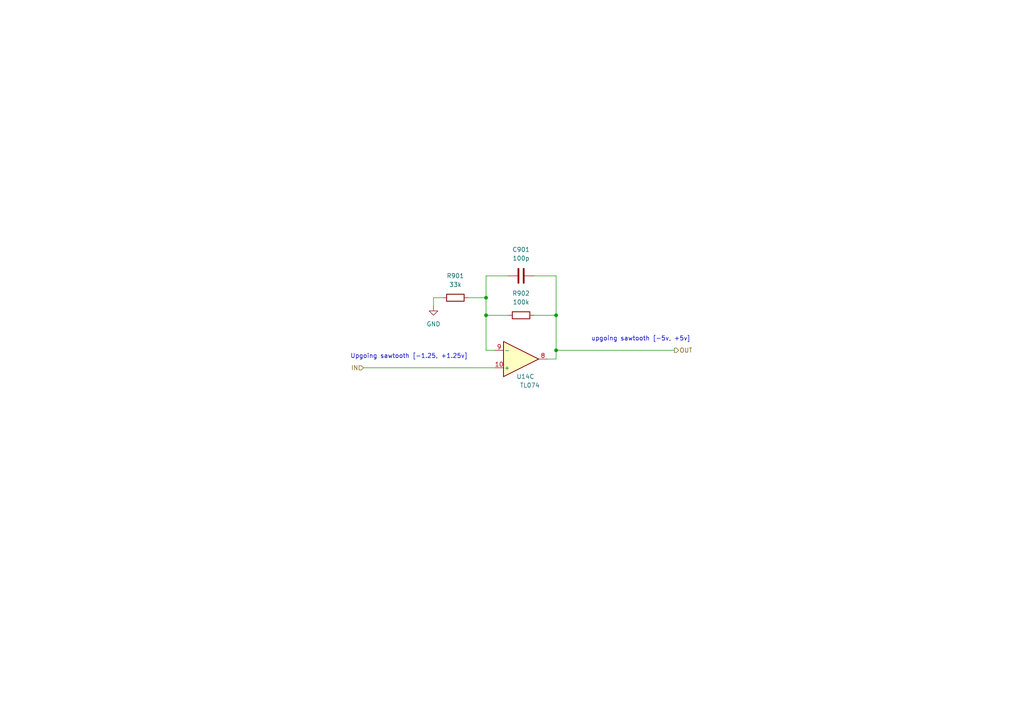
<source format=kicad_sch>
(kicad_sch (version 20230121) (generator eeschema)
  (paper "A4")
  (title_block (title "Josh Ox Ribon Synth Main VCO board") (date "2022-07-23") (rev "0.1") (comment 2 "creativecommons.org/licenses/by/4.0") (comment 3 "license: CC by 4.0") (comment 4 "Author: Jordan Acete"))
  (lib_symbols
    (symbol "Amplifier_Operational:TL074" (pin_names (offset 0.127))
      (property "Reference" "U" (at 0 5.08 0))
      (property "Value" "TL074" (at 0 -5.08 0))
      (symbol "TL074_1_1"
        (polyline (pts (xy -5.08 5.08) (xy 5.08 0) (xy -5.08 -5.08) (xy -5.08 5.08)) (stroke (width 0.254)) (fill (type background)))
        (pin output line (at 7.62 0 180) (length 2.54) (name "~") (number "1"))
        (pin input line (at -7.62 -2.54 0) (length 2.54) (name "-") (number "2"))
        (pin input line (at -7.62 2.54 0) (length 2.54) (name "+") (number "3"))
      )
      (symbol "TL074_2_1"
        (polyline (pts (xy -5.08 5.08) (xy 5.08 0) (xy -5.08 -5.08) (xy -5.08 5.08)) (stroke (width 0.254)) (fill (type background)))
        (pin input line (at -7.62 2.54 0) (length 2.54) (name "+") (number "5"))
        (pin input line (at -7.62 -2.54 0) (length 2.54) (name "-") (number "6"))
        (pin output line (at 7.62 0 180) (length 2.54) (name "~") (number "7"))
      )
      (symbol "TL074_3_1"
        (polyline (pts (xy -5.08 5.08) (xy 5.08 0) (xy -5.08 -5.08) (xy -5.08 5.08)) (stroke (width 0.254)) (fill (type background)))
        (pin input line (at -7.62 2.54 0) (length 2.54) (name "+") (number "10"))
        (pin output line (at 7.62 0 180) (length 2.54) (name "~") (number "8"))
        (pin input line (at -7.62 -2.54 0) (length 2.54) (name "-") (number "9"))
      )
      (symbol "TL074_4_1"
        (polyline (pts (xy -5.08 5.08) (xy 5.08 0) (xy -5.08 -5.08) (xy -5.08 5.08)) (stroke (width 0.254)) (fill (type background)))
        (pin input line (at -7.62 2.54 0) (length 2.54) (name "+") (number "12"))
        (pin input line (at -7.62 -2.54 0) (length 2.54) (name "-") (number "13"))
        (pin output line (at 7.62 0 180) (length 2.54) (name "~") (number "14"))
      )
      (symbol "TL074_5_1"
        (pin power_in line (at -2.54 -7.62 90) (length 3.81) (name "V-") (number "11"))
        (pin power_in line (at -2.54 7.62 270) (length 3.81) (name "V+") (number "4"))
      )
    )
    (symbol "Device:C" (pin_numbers hide) (pin_names (offset 0.254))
      (property "Reference" "C" (at 0.635 2.54 0))
      (property "Value" "C" (at 0.635 -2.54 0))
      (symbol "C_0_1"
        (polyline (pts (xy -2.032 -0.762) (xy 2.032 -0.762)) (stroke (width 0.508)))
        (polyline (pts (xy -2.032 0.762) (xy 2.032 0.762)) (stroke (width 0.508)))
      )
      (symbol "C_1_1"
        (pin passive line (at 0 3.81 270) (length 2.794) (name "~") (number "1"))
        (pin passive line (at 0 -3.81 90) (length 2.794) (name "~") (number "2"))
      )
    )
    (symbol "Device:R" (pin_numbers hide) (pin_names (offset 0))
      (property "Reference" "R" (at 2.032 0 90))
      (property "Value" "R" (at 0 0 90))
      (symbol "R_0_1"
        (rectangle (start -1.016 -2.54) (end 1.016 2.54) (stroke (width 0.254)))
      )
      (symbol "R_1_1"
        (pin passive line (at 0 3.81 270) (length 1.27) (name "~") (number "1"))
        (pin passive line (at 0 -3.81 90) (length 1.27) (name "~") (number "2"))
      )
    )
    (symbol "power:GND" (power) (pin_names (offset 0))
      (property "Value" "GND" (at 0 -3.81 0))
      (symbol "GND_0_1"
        (polyline (pts (xy 0 0) (xy 0 -1.27) (xy 1.27 -1.27) (xy 0 -2.54) (xy -1.27 -1.27) (xy 0 -1.27)))
      )
      (symbol "GND_1_1"
        (pin power_in line (at 0 0 270) (length 0) hide (name "GND") (number "1"))
      )
    )
  )
  (junction (at 161.29 101.6))
  (junction (at 161.29 91.44))
  (junction (at 140.97 86.36))
  (junction (at 140.97 91.44))
  (wire (pts (xy 125.73 88.9) (xy 125.73 86.36)))
  (wire (pts (xy 161.29 101.6) (xy 161.29 104.14)))
  (wire (pts (xy 135.89 86.36) (xy 140.97 86.36)))
  (wire (pts (xy 161.29 91.44) (xy 161.29 101.6)))
  (wire (pts (xy 158.75 104.14) (xy 161.29 104.14)))
  (wire (pts (xy 147.32 80.01) (xy 140.97 80.01)))
  (wire (pts (xy 140.97 101.6) (xy 143.51 101.6)))
  (wire (pts (xy 140.97 80.01) (xy 140.97 86.36)))
  (wire (pts (xy 154.94 80.01) (xy 161.29 80.01)))
  (wire (pts (xy 161.29 80.01) (xy 161.29 91.44)))
  (wire (pts (xy 105.41 106.68) (xy 143.51 106.68)))
  (wire (pts (xy 140.97 86.36) (xy 140.97 91.44)))
  (wire (pts (xy 140.97 101.6) (xy 140.97 91.44)))
  (wire (pts (xy 161.29 91.44) (xy 154.94 91.44)))
  (wire (pts (xy 161.29 101.6) (xy 195.58 101.6)))
  (wire (pts (xy 140.97 91.44) (xy 147.32 91.44)))
  (wire (pts (xy 125.73 86.36) (xy 128.27 86.36)))
  (text "Upgoing sawtooth [-1.25, +1.25v]" (at 101.6 104.14 0) (effects (font (size 1.27 1.27)) (justify left bottom)))
  (text "upgoing sawtooth [-5v, +5v]" (at 171.45 99.06 0) (effects (font (size 1.27 1.27)) (justify left bottom)))
  (hierarchical_label "IN" (shape input) (at 105.41 106.68 180))
  (hierarchical_label "OUT" (shape output) (at 195.58 101.6 0))
  (symbol (lib_id "Device:R") (at 132.08 86.36 90) (unit 1)
    (property "Reference" "R901" (at 132.08 80.01 90))
    (property "Value" "33k" (at 132.08 82.55 90))
    (property "Footprint" "Resistor_SMD:R_0805_2012Metric" (effects hide))
    (instances (project "main_VCO_board" (path "" (reference "R901") (unit 1)) (path "" (reference "R1701") (unit 1))))
  )
  (symbol (lib_id "Amplifier_Operational:TL074") (at 151.13 104.14 0) (mirror x) (unit 3)
    (property "Reference" "U14" (at 152.4 109.22 0))
    (property "Value" "TL074" (at 153.67 111.76 0))
    (property "Footprint" "Package_SO:SOIC-14_3.9x8.7mm_P1.27mm" (effects hide))
    (property "Datasheet" "http://www.ti.com/lit/ds/symlink/tl071.pdf" (effects hide))
    (instances (project "main_VCO_board" (path "" (reference "U14") (unit 3)) (path "" (reference "U11") (unit 1))))
  )
  (symbol (lib_id "power:GND") (at 125.73 88.9 0) (unit 1)
    (property "Reference" "#PWR0901" (effects hide))
    (property "Value" "GND" (at 125.73 93.98 0))
    (instances (project "main_VCO_board" (path "" (reference "#PWR0901") (unit 1)) (path "" (reference "#PWR01701") (unit 1))))
  )
  (symbol (lib_id "Device:C") (at 151.13 80.01 90) (unit 1)
    (property "Reference" "C901" (at 151.13 72.39 90))
    (property "Value" "100p" (at 151.13 74.93 90))
    (property "Footprint" "Capacitor_SMD:C_0805_2012Metric" (effects hide))
    (instances (project "main_VCO_board" (path "" (reference "C901") (unit 1)) (path "" (reference "C1701") (unit 1))))
  )
  (symbol (lib_id "Device:R") (at 151.13 91.44 90) (unit 1)
    (property "Reference" "R902" (at 151.13 85.09 90))
    (property "Value" "100k" (at 151.13 87.63 90))
    (property "Footprint" "Resistor_SMD:R_0805_2012Metric" (effects hide))
    (instances (project "main_VCO_board" (path "" (reference "R902") (unit 1)) (path "" (reference "R1702") (unit 1))))
  )
)
</source>
